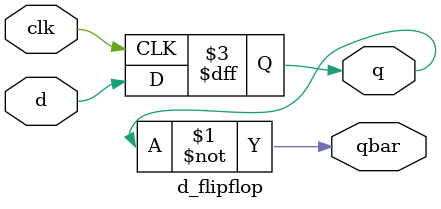
<source format=v>
 module d_flipflop(d,clk,q,qbar);
 input d,clk;
 output reg q;
output wire qbar;

assign qbar = ~q;

 always @(posedge clk) begin
    q<=d;
 end
 endmodule   
</source>
